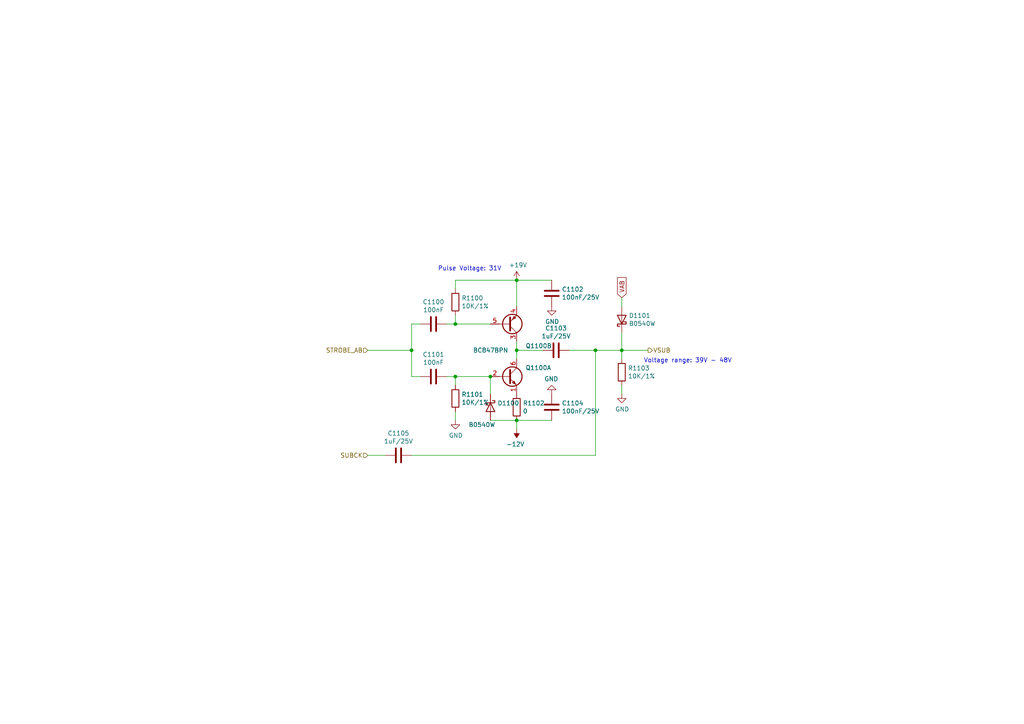
<source format=kicad_sch>
(kicad_sch (version 20210126) (generator eeschema)
  (paper "A4")
  (title_block (title "Sitina Ne") (rev "R0P2") (company "ZephRay"))
  (lib_symbols
    (symbol "Device:C" (pin_numbers hide) (pin_names (offset 0.254))
      (property "Reference" "C" (at 0.635 2.54 0))
      (property "Value" "C" (at 0.635 -2.54 0))
      (symbol "C_0_1"
        (polyline (pts (xy -2.032 -0.762) (xy 2.032 -0.762)) (stroke (width 0.508)))
        (polyline (pts (xy -2.032 0.762) (xy 2.032 0.762)) (stroke (width 0.508)))
      )
      (symbol "C_1_1"
        (pin passive line (at 0 3.81 270) (length 2.794) (name "~") (number "1"))
        (pin passive line (at 0 -3.81 90) (length 2.794) (name "~") (number "2"))
      )
    )
    (symbol "Device:D_Schottky" (pin_numbers hide) (pin_names (offset 1.016) hide)
      (property "Reference" "D" (at 0 2.54 0))
      (property "Value" "D_Schottky" (at 0 -2.54 0))
      (symbol "D_Schottky_0_1"
        (polyline (pts (xy 1.27 0) (xy -1.27 0)))
        (polyline (pts (xy 1.27 1.27) (xy 1.27 -1.27) (xy -1.27 0) (xy 1.27 1.27)) (stroke (width 0.254)))
        (polyline (pts (xy -1.905 0.635) (xy -1.905 1.27) (xy -1.27 1.27) (xy -1.27 -1.27) (xy -0.635 -1.27) (xy -0.635 -0.635)) (stroke (width 0.254)))
      )
      (symbol "D_Schottky_1_1"
        (pin passive line (at -3.81 0 0) (length 2.54) (name "K") (number "1"))
        (pin passive line (at 3.81 0 180) (length 2.54) (name "A") (number "2"))
      )
    )
    (symbol "Device:R" (pin_numbers hide) (pin_names (offset 0))
      (property "Reference" "R" (at 2.032 0 90))
      (property "Value" "R" (at 0 0 90))
      (symbol "R_0_1"
        (rectangle (start -1.016 -2.54) (end 1.016 2.54) (stroke (width 0.254)))
      )
      (symbol "R_1_1"
        (pin passive line (at 0 3.81 270) (length 1.27) (name "~") (number "1"))
        (pin passive line (at 0 -3.81 90) (length 1.27) (name "~") (number "2"))
      )
    )
    (symbol "Sitina:+19V" (power) (pin_names (offset 0))
      (property "Value" "+19V" (at 0 3.556 0))
      (symbol "+19V_0_1"
        (polyline (pts (xy -0.762 1.27) (xy 0 2.54)))
        (polyline (pts (xy 0 0) (xy 0 2.54)))
        (polyline (pts (xy 0 2.54) (xy 0.762 1.27)))
      )
      (symbol "+19V_1_1"
        (pin power_in line (at 0 0 90) (length 0) hide (name "+19V") (number "1"))
      )
    )
    (symbol "Transistor_BJT:BC847BPN" (pin_names (offset 0) hide)
      (property "Reference" "Q" (at 5.08 1.27 0))
      (property "Value" "BC847BPN" (at 5.08 -1.27 0))
      (symbol "BC847BPN_0_1"
        (circle (center 1.27 0) (radius 2.8194) (stroke (width 0.254)))
        (circle (center 1.27 0) (radius 2.8194) (stroke (width 0.254)))
        (polyline (pts (xy 0.635 0) (xy -2.54 0)))
      )
      (symbol "BC847BPN_1_1"
        (polyline (pts (xy 0.635 0.635) (xy 2.54 2.54)))
        (polyline (pts (xy 0.635 -0.635) (xy 2.54 -2.54) (xy 2.54 -2.54)))
        (polyline (pts (xy 0.635 1.905) (xy 0.635 -1.905) (xy 0.635 -1.905)) (stroke (width 0.508)))
        (polyline (pts (xy 1.27 -1.778) (xy 1.778 -1.27) (xy 2.286 -2.286) (xy 1.27 -1.778) (xy 1.27 -1.778)) (fill (type outline)))
        (pin passive line (at 2.54 -5.08 90) (length 2.54) (name "E1") (number "1"))
        (pin input line (at -5.08 0 0) (length 2.54) (name "B1") (number "2"))
        (pin passive line (at 2.54 5.08 270) (length 2.54) (name "C1") (number "6"))
      )
      (symbol "BC847BPN_2_1"
        (polyline (pts (xy 0.635 0.635) (xy 2.54 2.54)))
        (polyline (pts (xy 0.635 -0.635) (xy 2.54 -2.54) (xy 2.54 -2.54)))
        (polyline (pts (xy 0.635 1.905) (xy 0.635 -1.905) (xy 0.635 -1.905)) (stroke (width 0.508)))
        (polyline (pts (xy 2.286 -1.778) (xy 1.778 -2.286) (xy 1.27 -1.27) (xy 2.286 -1.778) (xy 2.286 -1.778)) (fill (type outline)))
        (pin passive line (at 2.54 5.08 270) (length 2.54) (name "C2") (number "3"))
        (pin passive line (at 2.54 -5.08 90) (length 2.54) (name "E2") (number "4"))
        (pin input line (at -5.08 0 0) (length 2.54) (name "B2") (number "5"))
      )
    )
    (symbol "power:-12V" (power) (pin_names (offset 0))
      (property "Value" "-12V" (at 0 3.81 0))
      (symbol "-12V_0_0"
        (pin power_in line (at 0 0 90) (length 0) hide (name "-12V") (number "1"))
      )
      (symbol "-12V_0_1"
        (polyline (pts (xy 0 0) (xy 0 1.27) (xy 0.762 1.27) (xy 0 2.54) (xy -0.762 1.27) (xy 0 1.27)) (fill (type outline)))
      )
    )
    (symbol "power:GND" (power) (pin_names (offset 0))
      (property "Value" "GND" (at 0 -3.81 0))
      (symbol "GND_0_1"
        (polyline (pts (xy 0 0) (xy 0 -1.27) (xy 1.27 -1.27) (xy 0 -2.54) (xy -1.27 -1.27) (xy 0 -1.27)))
      )
      (symbol "GND_1_1"
        (pin power_in line (at 0 0 270) (length 0) hide (name "GND") (number "1"))
      )
    )
  )
  (junction (at 119.38 101.6) (diameter 0.9144))
  (junction (at 132.08 93.98) (diameter 0.9144))
  (junction (at 132.08 109.22) (diameter 0.9144))
  (junction (at 142.24 109.22) (diameter 0.9144))
  (junction (at 149.86 81.28) (diameter 0.9144))
  (junction (at 149.86 101.6) (diameter 0.9144))
  (junction (at 149.86 121.92) (diameter 0.9144))
  (junction (at 172.72 101.6) (diameter 0.9144))
  (junction (at 180.34 101.6) (diameter 0.9144))
  (wire (pts (xy 106.68 101.6) (xy 119.38 101.6)))
  (wire (pts (xy 106.68 132.08) (xy 111.76 132.08)))
  (wire (pts (xy 119.38 93.98) (xy 119.38 101.6)))
  (wire (pts (xy 119.38 101.6) (xy 119.38 109.22)))
  (wire (pts (xy 119.38 109.22) (xy 121.92 109.22)))
  (wire (pts (xy 119.38 132.08) (xy 172.72 132.08)))
  (wire (pts (xy 121.92 93.98) (xy 119.38 93.98)))
  (wire (pts (xy 129.54 93.98) (xy 132.08 93.98)))
  (wire (pts (xy 129.54 109.22) (xy 132.08 109.22)))
  (wire (pts (xy 132.08 83.82) (xy 132.08 81.28)))
  (wire (pts (xy 132.08 91.44) (xy 132.08 93.98)))
  (wire (pts (xy 132.08 93.98) (xy 142.24 93.98)))
  (wire (pts (xy 132.08 109.22) (xy 142.24 109.22)))
  (wire (pts (xy 132.08 111.76) (xy 132.08 109.22)))
  (wire (pts (xy 132.08 119.38) (xy 132.08 121.92)))
  (wire (pts (xy 142.24 114.3) (xy 142.24 109.22)))
  (wire (pts (xy 142.24 121.92) (xy 149.86 121.92)))
  (wire (pts (xy 149.86 81.28) (xy 132.08 81.28)))
  (wire (pts (xy 149.86 81.28) (xy 149.86 88.9)))
  (wire (pts (xy 149.86 81.28) (xy 160.02 81.28)))
  (wire (pts (xy 149.86 99.06) (xy 149.86 101.6)))
  (wire (pts (xy 149.86 101.6) (xy 149.86 104.14)))
  (wire (pts (xy 149.86 101.6) (xy 157.48 101.6)))
  (wire (pts (xy 149.86 121.92) (xy 149.86 124.46)))
  (wire (pts (xy 160.02 121.92) (xy 149.86 121.92)))
  (wire (pts (xy 165.1 101.6) (xy 172.72 101.6)))
  (wire (pts (xy 172.72 101.6) (xy 180.34 101.6)))
  (wire (pts (xy 172.72 132.08) (xy 172.72 101.6)))
  (wire (pts (xy 180.34 86.36) (xy 180.34 88.9)))
  (wire (pts (xy 180.34 96.52) (xy 180.34 101.6)))
  (wire (pts (xy 180.34 101.6) (xy 180.34 104.14)))
  (wire (pts (xy 180.34 111.76) (xy 180.34 114.3)))
  (wire (pts (xy 187.96 101.6) (xy 180.34 101.6)))
  (text "Pulse Voltage: 31V" (at 127 78.74 0) (effects (font (size 1.27 1.27)) (justify left bottom)))
  (text "Voltage range: 39V - 48V" (at 186.69 105.41 0) (effects (font (size 1.27 1.27)) (justify left bottom)))
  (global_label "VAB" (shape input) (at 180.34 86.36 90) (property "Intersheet References" "${INTERSHEET_REFS}" (effects hide)))
  (hierarchical_label "STROBE_AB" (shape input) (at 106.68 101.6 180))
  (hierarchical_label "SUBCK" (shape input) (at 106.68 132.08 180))
  (hierarchical_label "VSUB" (shape output) (at 187.96 101.6 0))
  (symbol (lib_id "Sitina:+19V") (at 149.86 81.28 0) (unit 1)
    (property "Reference" "#PWR0157" (effects hide))
    (property "Value" "+19V" (at 150.241 76.8858 0))
  )
  (symbol (lib_id "power:-12V") (at 149.86 124.46 180) (unit 1)
    (property "Reference" "#PWR0153" (effects hide))
    (property "Value" "-12V" (at 149.479 128.8542 0))
  )
  (symbol (lib_id "power:GND") (at 132.08 121.92 0) (unit 1)
    (property "Reference" "#PWR0150" (effects hide))
    (property "Value" "GND" (at 132.207 126.3142 0))
  )
  (symbol (lib_id "power:GND") (at 160.02 88.9 0) (unit 1)
    (property "Reference" "#PWR0152" (effects hide))
    (property "Value" "GND" (at 160.147 93.2942 0))
  )
  (symbol (lib_id "power:GND") (at 160.02 114.3 180) (unit 1)
    (property "Reference" "#PWR0154" (effects hide))
    (property "Value" "GND" (at 159.893 109.9058 0))
  )
  (symbol (lib_id "power:GND") (at 180.34 114.3 0) (unit 1)
    (property "Reference" "#PWR0156" (effects hide))
    (property "Value" "GND" (at 180.467 118.6942 0))
  )
  (symbol (lib_id "Device:R") (at 132.08 87.63 0) (unit 1)
    (property "Reference" "R1100" (at 133.858 86.4616 0) (effects (justify left)))
    (property "Value" "10K/1%" (at 133.858 88.773 0) (effects (justify left)))
    (property "Footprint" "Resistor_SMD:R_0402_1005Metric" (effects hide))
  )
  (symbol (lib_id "Device:R") (at 132.08 115.57 0) (unit 1)
    (property "Reference" "R1101" (at 133.858 114.4016 0) (effects (justify left)))
    (property "Value" "10K/1%" (at 133.858 116.713 0) (effects (justify left)))
    (property "Footprint" "Resistor_SMD:R_0402_1005Metric" (effects hide))
  )
  (symbol (lib_id "Device:R") (at 149.86 118.11 0) (unit 1)
    (property "Reference" "R1102" (at 151.638 116.9416 0) (effects (justify left)))
    (property "Value" "0" (at 151.638 119.253 0) (effects (justify left)))
    (property "Footprint" "Resistor_SMD:R_0402_1005Metric" (effects hide))
  )
  (symbol (lib_id "Device:R") (at 180.34 107.95 0) (unit 1)
    (property "Reference" "R1103" (at 182.118 106.7816 0) (effects (justify left)))
    (property "Value" "10K/1%" (at 182.118 109.093 0) (effects (justify left)))
    (property "Footprint" "Resistor_SMD:R_0402_1005Metric" (effects hide))
  )
  (symbol (lib_id "Device:D_Schottky") (at 142.24 118.11 270) (unit 1)
    (property "Reference" "D1100" (at 144.272 116.9416 90) (effects (justify left)))
    (property "Value" "B0540W" (at 135.89 123.19 90) (effects (justify left)))
    (property "Footprint" "Diode_SMD:D_SOD-323" (effects hide))
  )
  (symbol (lib_id "Device:D_Schottky") (at 180.34 92.71 90) (unit 1)
    (property "Reference" "D1101" (at 182.372 91.5416 90) (effects (justify right)))
    (property "Value" "B0540W" (at 182.372 93.853 90) (effects (justify right)))
    (property "Footprint" "Diode_SMD:D_SOD-323" (effects hide))
  )
  (symbol (lib_id "Device:C") (at 115.57 132.08 270) (unit 1)
    (property "Reference" "C1105" (at 115.57 125.6792 90))
    (property "Value" "1uF/25V" (at 115.57 127.9906 90))
    (property "Footprint" "Capacitor_SMD:C_0805_2012Metric" (effects hide))
  )
  (symbol (lib_id "Device:C") (at 125.73 93.98 270) (unit 1)
    (property "Reference" "C1100" (at 125.73 87.5792 90))
    (property "Value" "100nF" (at 125.73 89.8906 90))
    (property "Footprint" "Capacitor_SMD:C_0402_1005Metric" (effects hide))
  )
  (symbol (lib_id "Device:C") (at 125.73 109.22 270) (unit 1)
    (property "Reference" "C1101" (at 125.73 102.8192 90))
    (property "Value" "100nF" (at 125.73 105.1306 90))
    (property "Footprint" "Capacitor_SMD:C_0402_1005Metric" (effects hide))
  )
  (symbol (lib_id "Device:C") (at 160.02 85.09 180) (unit 1)
    (property "Reference" "C1102" (at 162.941 83.9216 0) (effects (justify right)))
    (property "Value" "100nF/25V" (at 162.941 86.233 0) (effects (justify right)))
    (property "Footprint" "Capacitor_SMD:C_0603_1608Metric" (effects hide))
  )
  (symbol (lib_id "Device:C") (at 160.02 118.11 180) (unit 1)
    (property "Reference" "C1104" (at 162.941 116.9416 0) (effects (justify right)))
    (property "Value" "100nF/25V" (at 162.941 119.253 0) (effects (justify right)))
    (property "Footprint" "Capacitor_SMD:C_0603_1608Metric" (effects hide))
  )
  (symbol (lib_id "Device:C") (at 161.29 101.6 270) (unit 1)
    (property "Reference" "C1103" (at 161.29 95.1992 90))
    (property "Value" "1uF/25V" (at 161.29 97.5106 90))
    (property "Footprint" "Capacitor_SMD:C_0805_2012Metric" (effects hide))
  )
  (symbol (lib_id "Transistor_BJT:BC847BPN") (at 147.32 93.98 0) (mirror x) (unit 2)
    (property "Reference" "Q1100" (at 152.4 100.33 0) (effects (justify left)))
    (property "Value" "BC847BPN" (effects hide))
    (property "Footprint" "Package_TO_SOT_SMD:SOT-363_SC-70-6" (effects hide))
    (property "Datasheet" "https://assets.nexperia.com/documents/data-sheet/BC847BPN.pdf" (effects hide))
  )
  (symbol (lib_id "Transistor_BJT:BC847BPN") (at 147.32 109.22 0) (unit 1)
    (property "Reference" "Q1100" (at 152.4 106.68 0) (effects (justify left)))
    (property "Value" "BC847BPN" (at 137.16 101.6 0) (effects (justify left)))
    (property "Footprint" "Package_TO_SOT_SMD:SOT-363_SC-70-6" (effects hide))
    (property "Datasheet" "https://assets.nexperia.com/documents/data-sheet/BC847BPN.pdf" (effects hide))
  )
)
</source>
